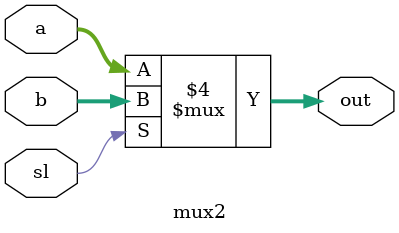
<source format=v>
`timescale 1ns / 1ps


module mux2#(parameter WIDTH = 8)
            (input [WIDTH-1:0] a,
             input [WIDTH-1:0] b,
             input sl,
             output reg [WIDTH-1:0] out
    );
    always @(a or b or sl) 
        if(! sl) 
            out = a; 
        else 
            out = b;
endmodule

</source>
